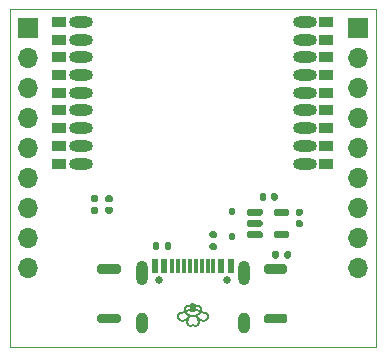
<source format=gts>
G04 #@! TF.GenerationSoftware,KiCad,Pcbnew,8.0.4-8.0.4-0~ubuntu24.04.1*
G04 #@! TF.CreationDate,2024-08-29T21:10:08+02:00*
G04 #@! TF.ProjectId,ESP32-C3-WROOM_flexypin,45535033-322d-4433-932d-57524f4f4d5f,rev?*
G04 #@! TF.SameCoordinates,Original*
G04 #@! TF.FileFunction,Soldermask,Top*
G04 #@! TF.FilePolarity,Negative*
%FSLAX46Y46*%
G04 Gerber Fmt 4.6, Leading zero omitted, Abs format (unit mm)*
G04 Created by KiCad (PCBNEW 8.0.4-8.0.4-0~ubuntu24.04.1) date 2024-08-29 21:10:08*
%MOMM*%
%LPD*%
G01*
G04 APERTURE LIST*
%ADD10C,0.000000*%
%ADD11R,1.700000X1.700000*%
%ADD12O,1.700000X1.700000*%
%ADD13O,2.000000X0.950000*%
%ADD14R,1.300000X0.900000*%
%ADD15C,0.650000*%
%ADD16R,0.600000X1.240000*%
%ADD17R,0.300000X1.240000*%
%ADD18O,1.000000X2.100000*%
%ADD19O,1.000000X1.800000*%
G04 #@! TA.AperFunction,Profile*
%ADD20C,0.100000*%
G04 #@! TD*
G04 APERTURE END LIST*
D10*
G36*
X148106217Y-105246953D02*
G01*
X148110875Y-105247198D01*
X148115532Y-105247635D01*
X148120187Y-105248280D01*
X148128756Y-105249306D01*
X148137329Y-105250519D01*
X148145890Y-105251934D01*
X148154424Y-105253562D01*
X148162914Y-105255417D01*
X148171347Y-105257512D01*
X148179706Y-105259859D01*
X148187975Y-105262472D01*
X148196139Y-105265364D01*
X148204184Y-105268547D01*
X148212092Y-105272035D01*
X148219849Y-105275841D01*
X148227439Y-105279977D01*
X148234847Y-105284456D01*
X148242057Y-105289292D01*
X148249053Y-105294497D01*
X148258727Y-105303023D01*
X148263506Y-105307382D01*
X148268181Y-105311849D01*
X148270465Y-105314134D01*
X148272704Y-105316458D01*
X148274893Y-105318826D01*
X148277025Y-105321242D01*
X148279095Y-105323709D01*
X148281096Y-105326232D01*
X148283023Y-105328816D01*
X148284868Y-105331463D01*
X148284923Y-105331814D01*
X148284959Y-105332148D01*
X148284977Y-105332468D01*
X148284976Y-105332774D01*
X148284968Y-105332922D01*
X148284955Y-105333067D01*
X148284938Y-105333210D01*
X148284915Y-105333350D01*
X148284887Y-105333487D01*
X148284854Y-105333622D01*
X148284816Y-105333754D01*
X148284773Y-105333885D01*
X148284724Y-105334013D01*
X148284670Y-105334140D01*
X148284610Y-105334265D01*
X148284545Y-105334388D01*
X148284475Y-105334511D01*
X148284398Y-105334632D01*
X148284316Y-105334751D01*
X148284229Y-105334870D01*
X148284135Y-105334988D01*
X148284036Y-105335106D01*
X148283819Y-105335339D01*
X148283579Y-105335572D01*
X148283313Y-105335805D01*
X148272127Y-105341754D01*
X148261068Y-105347956D01*
X148250137Y-105354400D01*
X148239340Y-105361074D01*
X148228679Y-105367967D01*
X148218157Y-105375068D01*
X148207778Y-105382366D01*
X148197545Y-105389849D01*
X148191517Y-105394316D01*
X148185564Y-105398872D01*
X148173868Y-105408241D01*
X148162442Y-105417929D01*
X148151270Y-105427911D01*
X148140336Y-105438161D01*
X148129626Y-105448654D01*
X148119122Y-105459362D01*
X148108810Y-105470262D01*
X148108473Y-105470545D01*
X148108140Y-105470855D01*
X148107811Y-105471191D01*
X148107484Y-105471549D01*
X148106837Y-105472318D01*
X148106195Y-105473138D01*
X148104901Y-105474830D01*
X148104240Y-105475653D01*
X148103563Y-105476429D01*
X148103216Y-105476790D01*
X148102864Y-105477131D01*
X148102505Y-105477447D01*
X148102139Y-105477736D01*
X148101764Y-105477994D01*
X148101382Y-105478218D01*
X148100990Y-105478406D01*
X148100588Y-105478553D01*
X148100175Y-105478658D01*
X148099752Y-105478717D01*
X148099317Y-105478727D01*
X148098869Y-105478684D01*
X148098409Y-105478586D01*
X148097935Y-105478430D01*
X148097446Y-105478212D01*
X148096942Y-105477930D01*
X148087690Y-105467651D01*
X148078223Y-105457576D01*
X148068544Y-105447709D01*
X148058657Y-105438057D01*
X148048567Y-105428622D01*
X148038277Y-105419410D01*
X148027792Y-105410425D01*
X148017115Y-105401672D01*
X148006250Y-105393156D01*
X147995202Y-105384881D01*
X147983974Y-105376851D01*
X147972570Y-105369072D01*
X147960995Y-105361548D01*
X147949251Y-105354283D01*
X147937345Y-105347283D01*
X147925278Y-105340551D01*
X147924956Y-105340290D01*
X147924610Y-105340039D01*
X147924243Y-105339798D01*
X147923857Y-105339566D01*
X147923037Y-105339121D01*
X147922171Y-105338694D01*
X147920375Y-105337856D01*
X147919486Y-105337424D01*
X147918628Y-105336972D01*
X147918217Y-105336734D01*
X147917822Y-105336488D01*
X147917444Y-105336231D01*
X147917086Y-105335962D01*
X147916750Y-105335681D01*
X147916440Y-105335386D01*
X147916157Y-105335076D01*
X147915905Y-105334749D01*
X147915684Y-105334404D01*
X147915499Y-105334041D01*
X147915350Y-105333657D01*
X147915242Y-105333252D01*
X147915175Y-105332824D01*
X147915153Y-105332372D01*
X147915179Y-105331895D01*
X147915253Y-105331391D01*
X147916097Y-105330133D01*
X147916977Y-105328895D01*
X147917889Y-105327676D01*
X147918831Y-105326472D01*
X147919800Y-105325284D01*
X147920791Y-105324110D01*
X147922829Y-105321796D01*
X147924919Y-105319518D01*
X147927034Y-105317265D01*
X147931235Y-105312785D01*
X147937073Y-105306992D01*
X147943161Y-105301508D01*
X147949484Y-105296326D01*
X147956026Y-105291442D01*
X147962772Y-105286850D01*
X147969706Y-105282546D01*
X147976813Y-105278524D01*
X147984078Y-105274780D01*
X147991486Y-105271308D01*
X147999022Y-105268102D01*
X148006669Y-105265159D01*
X148014413Y-105262473D01*
X148022238Y-105260038D01*
X148030130Y-105257850D01*
X148038073Y-105255904D01*
X148046051Y-105254194D01*
X148064423Y-105250839D01*
X148073671Y-105249319D01*
X148082949Y-105248071D01*
X148087596Y-105247587D01*
X148092248Y-105247218D01*
X148096903Y-105246979D01*
X148101559Y-105246885D01*
X148106217Y-105246953D01*
G37*
G36*
X148127695Y-105101900D02*
G01*
X148151861Y-105104683D01*
X148164028Y-105106488D01*
X148176235Y-105108598D01*
X148188467Y-105111037D01*
X148200713Y-105113825D01*
X148212959Y-105116986D01*
X148225193Y-105120542D01*
X148237402Y-105124515D01*
X148249572Y-105128927D01*
X148261690Y-105133801D01*
X148273745Y-105139160D01*
X148285722Y-105145024D01*
X148297609Y-105151417D01*
X148305986Y-105156313D01*
X148314255Y-105161509D01*
X148322411Y-105167003D01*
X148330451Y-105172792D01*
X148338367Y-105178873D01*
X148346157Y-105185244D01*
X148353813Y-105191903D01*
X148361332Y-105198846D01*
X148368708Y-105206070D01*
X148375937Y-105213575D01*
X148383012Y-105221356D01*
X148389930Y-105229412D01*
X148396684Y-105237739D01*
X148403271Y-105246336D01*
X148409684Y-105255199D01*
X148415919Y-105264326D01*
X148443640Y-105259692D01*
X148471284Y-105256774D01*
X148498772Y-105255550D01*
X148526023Y-105255998D01*
X148552957Y-105258094D01*
X148579494Y-105261817D01*
X148605552Y-105267144D01*
X148631052Y-105274053D01*
X148655913Y-105282521D01*
X148680056Y-105292526D01*
X148703398Y-105304046D01*
X148725861Y-105317057D01*
X148747364Y-105331538D01*
X148767826Y-105347466D01*
X148787167Y-105364819D01*
X148805306Y-105383574D01*
X148820972Y-105402356D01*
X148835185Y-105422276D01*
X148847910Y-105443270D01*
X148859112Y-105465272D01*
X148868757Y-105488218D01*
X148876808Y-105512044D01*
X148883232Y-105536685D01*
X148887993Y-105562077D01*
X148891057Y-105588155D01*
X148892387Y-105614855D01*
X148891951Y-105642112D01*
X148889711Y-105669862D01*
X148885634Y-105698040D01*
X148879684Y-105726581D01*
X148871827Y-105755422D01*
X148862027Y-105784498D01*
X148933159Y-105795906D01*
X149002012Y-105808684D01*
X149035477Y-105815712D01*
X149068243Y-105823232D01*
X149100266Y-105831294D01*
X149131504Y-105839949D01*
X149161913Y-105849245D01*
X149191450Y-105859233D01*
X149220072Y-105869962D01*
X149247736Y-105881483D01*
X149274398Y-105893846D01*
X149300015Y-105907099D01*
X149324545Y-105921294D01*
X149347943Y-105936479D01*
X149361412Y-105946173D01*
X149374457Y-105956443D01*
X149387033Y-105967277D01*
X149399093Y-105978662D01*
X149410589Y-105990585D01*
X149421475Y-106003034D01*
X149431704Y-106015996D01*
X149441230Y-106029457D01*
X149450006Y-106043406D01*
X149457985Y-106057828D01*
X149465121Y-106072712D01*
X149471366Y-106088044D01*
X149476675Y-106103811D01*
X149481000Y-106120002D01*
X149484294Y-106136603D01*
X149486512Y-106153600D01*
X149487668Y-106170837D01*
X149487818Y-106188169D01*
X149486976Y-106205602D01*
X149485153Y-106223143D01*
X149482364Y-106240798D01*
X149478620Y-106258573D01*
X149473936Y-106276476D01*
X149468324Y-106294513D01*
X149461797Y-106312690D01*
X149454368Y-106331014D01*
X149446050Y-106349491D01*
X149436856Y-106368128D01*
X149426799Y-106386931D01*
X149415892Y-106405907D01*
X149404148Y-106425063D01*
X149391580Y-106444405D01*
X149390920Y-106445380D01*
X149390246Y-106446346D01*
X149389559Y-106447302D01*
X149388858Y-106448249D01*
X149388145Y-106449185D01*
X149387418Y-106450112D01*
X149386678Y-106451029D01*
X149385926Y-106451935D01*
X149364979Y-106475875D01*
X149343761Y-106498323D01*
X149322291Y-106519289D01*
X149300591Y-106538783D01*
X149278682Y-106556818D01*
X149256584Y-106573404D01*
X149234317Y-106588551D01*
X149211903Y-106602271D01*
X149189362Y-106614575D01*
X149166714Y-106625473D01*
X149143981Y-106634976D01*
X149121183Y-106643096D01*
X149098341Y-106649843D01*
X149075475Y-106655228D01*
X149052606Y-106659262D01*
X149029755Y-106661956D01*
X149007041Y-106663354D01*
X148984578Y-106663528D01*
X148962376Y-106662534D01*
X148940444Y-106660428D01*
X148918794Y-106657264D01*
X148897434Y-106653098D01*
X148876375Y-106647986D01*
X148855627Y-106641982D01*
X148835201Y-106635142D01*
X148815106Y-106627521D01*
X148795352Y-106619174D01*
X148775950Y-106610158D01*
X148756909Y-106600526D01*
X148738240Y-106590335D01*
X148719953Y-106579640D01*
X148702058Y-106568495D01*
X148693828Y-106563137D01*
X148685668Y-106557672D01*
X148677575Y-106552108D01*
X148669547Y-106546453D01*
X148661581Y-106540715D01*
X148653676Y-106534902D01*
X148638035Y-106523083D01*
X148645333Y-106556526D01*
X148651222Y-106589138D01*
X148655716Y-106620913D01*
X148658832Y-106651842D01*
X148660585Y-106681916D01*
X148660989Y-106711127D01*
X148660061Y-106739468D01*
X148657816Y-106766929D01*
X148654268Y-106793503D01*
X148649434Y-106819181D01*
X148643329Y-106843955D01*
X148635968Y-106867817D01*
X148627366Y-106890759D01*
X148617539Y-106912772D01*
X148606503Y-106933847D01*
X148594271Y-106953978D01*
X148582897Y-106970299D01*
X148570682Y-106985724D01*
X148557677Y-107000237D01*
X148543930Y-107013825D01*
X148529492Y-107026474D01*
X148514412Y-107038169D01*
X148498738Y-107048897D01*
X148482521Y-107058644D01*
X148465810Y-107067395D01*
X148448653Y-107075136D01*
X148431102Y-107081854D01*
X148413204Y-107087534D01*
X148395010Y-107092162D01*
X148376569Y-107095724D01*
X148357930Y-107098207D01*
X148339142Y-107099595D01*
X148323932Y-107099927D01*
X148308693Y-107099581D01*
X148293438Y-107098565D01*
X148278179Y-107096889D01*
X148262928Y-107094561D01*
X148247697Y-107091591D01*
X148232498Y-107087988D01*
X148217343Y-107083760D01*
X148202243Y-107078917D01*
X148187212Y-107073468D01*
X148172261Y-107067421D01*
X148157402Y-107060787D01*
X148142647Y-107053573D01*
X148128007Y-107045790D01*
X148113496Y-107037445D01*
X148099125Y-107028548D01*
X148084765Y-107037443D01*
X148070265Y-107045787D01*
X148055637Y-107053570D01*
X148040894Y-107060783D01*
X148026048Y-107067417D01*
X148011110Y-107073464D01*
X147996093Y-107078914D01*
X147981008Y-107083757D01*
X147965867Y-107087986D01*
X147950683Y-107091590D01*
X147935468Y-107094561D01*
X147920233Y-107096889D01*
X147904990Y-107098566D01*
X147889752Y-107099582D01*
X147874530Y-107099928D01*
X147859337Y-107099595D01*
X147840570Y-107098205D01*
X147821953Y-107095717D01*
X147803534Y-107092148D01*
X147785364Y-107087511D01*
X147767491Y-107081820D01*
X147749965Y-107075090D01*
X147732837Y-107067336D01*
X147716155Y-107058571D01*
X147699968Y-107048810D01*
X147684328Y-107038067D01*
X147669282Y-107026357D01*
X147654881Y-107013695D01*
X147641175Y-107000093D01*
X147628212Y-106985567D01*
X147616042Y-106970132D01*
X147604715Y-106953800D01*
X147592548Y-106933672D01*
X147581574Y-106912602D01*
X147571808Y-106890598D01*
X147563266Y-106867669D01*
X147555962Y-106843821D01*
X147549911Y-106819065D01*
X147545129Y-106793407D01*
X147541632Y-106766856D01*
X147539433Y-106739419D01*
X147538548Y-106711106D01*
X147538554Y-106710772D01*
X147709765Y-106710772D01*
X147710156Y-106727360D01*
X147711121Y-106743227D01*
X147714662Y-106772788D01*
X147720167Y-106799446D01*
X147723587Y-106811684D01*
X147727417Y-106823192D01*
X147731628Y-106833970D01*
X147736193Y-106844017D01*
X147741085Y-106853331D01*
X147746276Y-106861911D01*
X147752005Y-106870268D01*
X147757957Y-106878038D01*
X147764138Y-106885230D01*
X147770549Y-106891856D01*
X147777195Y-106897925D01*
X147784080Y-106903448D01*
X147791206Y-106908436D01*
X147798579Y-106912900D01*
X147806201Y-106916849D01*
X147814075Y-106920295D01*
X147822207Y-106923247D01*
X147830599Y-106925717D01*
X147839254Y-106927715D01*
X147848178Y-106929251D01*
X147857372Y-106930336D01*
X147866842Y-106930980D01*
X147876598Y-106931142D01*
X147886637Y-106930763D01*
X147896936Y-106929830D01*
X147907476Y-106928328D01*
X147918235Y-106926242D01*
X147929192Y-106923559D01*
X147940326Y-106920264D01*
X147951617Y-106916342D01*
X147963042Y-106911781D01*
X147974582Y-106906564D01*
X147986215Y-106900679D01*
X147997920Y-106894111D01*
X148009676Y-106886845D01*
X148021462Y-106878867D01*
X148033258Y-106870163D01*
X148045042Y-106860719D01*
X148047924Y-106859383D01*
X148050851Y-106858159D01*
X148053820Y-106857045D01*
X148056827Y-106856045D01*
X148059870Y-106855158D01*
X148062946Y-106854385D01*
X148066050Y-106853729D01*
X148069180Y-106853189D01*
X148070934Y-106852280D01*
X148072707Y-106851413D01*
X148074498Y-106850588D01*
X148076307Y-106849806D01*
X148078132Y-106849067D01*
X148079974Y-106848371D01*
X148081831Y-106847718D01*
X148083702Y-106847109D01*
X148085587Y-106846543D01*
X148087485Y-106846022D01*
X148089395Y-106845545D01*
X148091316Y-106845112D01*
X148093248Y-106844725D01*
X148095190Y-106844382D01*
X148097141Y-106844084D01*
X148099100Y-106843832D01*
X148101061Y-106844084D01*
X148103013Y-106844381D01*
X148104957Y-106844723D01*
X148106890Y-106845111D01*
X148108813Y-106845543D01*
X148110725Y-106846020D01*
X148112625Y-106846541D01*
X148114511Y-106847107D01*
X148116384Y-106847716D01*
X148118242Y-106848369D01*
X148120085Y-106849065D01*
X148121912Y-106849804D01*
X148123723Y-106850587D01*
X148125515Y-106851412D01*
X148127290Y-106852279D01*
X148129045Y-106853189D01*
X148132175Y-106853729D01*
X148135280Y-106854385D01*
X148138355Y-106855158D01*
X148141398Y-106856045D01*
X148144406Y-106857045D01*
X148147375Y-106858159D01*
X148150302Y-106859383D01*
X148153184Y-106860719D01*
X148164962Y-106870159D01*
X148176756Y-106878860D01*
X148188544Y-106886835D01*
X148200304Y-106894100D01*
X148212016Y-106900669D01*
X148223659Y-106906554D01*
X148235211Y-106911772D01*
X148246653Y-106916335D01*
X148257962Y-106920257D01*
X148269118Y-106923554D01*
X148280100Y-106926239D01*
X148290887Y-106928326D01*
X148301457Y-106929830D01*
X148311791Y-106930764D01*
X148321866Y-106931142D01*
X148331662Y-106930980D01*
X148341174Y-106930334D01*
X148350413Y-106929245D01*
X148359382Y-106927703D01*
X148368084Y-106925698D01*
X148376524Y-106923219D01*
X148384703Y-106920257D01*
X148388696Y-106918591D01*
X148392626Y-106916800D01*
X148396492Y-106914883D01*
X148400295Y-106912839D01*
X148404036Y-106910667D01*
X148407715Y-106908364D01*
X148411332Y-106905930D01*
X148414888Y-106903363D01*
X148418384Y-106900663D01*
X148421818Y-106897827D01*
X148425193Y-106894855D01*
X148428509Y-106891746D01*
X148431765Y-106888497D01*
X148434963Y-106885109D01*
X148441183Y-106877905D01*
X148447174Y-106870125D01*
X148452938Y-106861758D01*
X148457095Y-106855034D01*
X148461077Y-106847858D01*
X148464870Y-106840230D01*
X148468461Y-106832149D01*
X148471835Y-106823617D01*
X148474978Y-106814634D01*
X148477877Y-106805200D01*
X148480516Y-106795314D01*
X148482884Y-106784979D01*
X148484964Y-106774193D01*
X148486744Y-106762957D01*
X148488209Y-106751272D01*
X148489346Y-106739137D01*
X148490139Y-106726554D01*
X148490576Y-106713521D01*
X148490642Y-106700040D01*
X148489965Y-106678522D01*
X148488285Y-106655923D01*
X148485559Y-106632249D01*
X148481744Y-106607505D01*
X148476797Y-106581696D01*
X148470675Y-106554828D01*
X148463335Y-106526907D01*
X148454735Y-106497936D01*
X148444830Y-106467922D01*
X148433579Y-106436871D01*
X148420939Y-106404786D01*
X148406866Y-106371674D01*
X148391317Y-106337540D01*
X148374250Y-106302389D01*
X148355622Y-106266227D01*
X148335390Y-106229058D01*
X148308204Y-106235389D01*
X148280547Y-106241289D01*
X148252341Y-106246637D01*
X148223508Y-106251313D01*
X148193969Y-106255193D01*
X148163647Y-106258158D01*
X148132463Y-106260086D01*
X148100341Y-106260854D01*
X148099960Y-106260803D01*
X148099771Y-106260829D01*
X148099582Y-106260855D01*
X148083401Y-106260623D01*
X148067465Y-106260086D01*
X148036288Y-106258158D01*
X148005973Y-106255192D01*
X147976442Y-106251311D01*
X147947616Y-106246635D01*
X147919416Y-106241287D01*
X147891766Y-106235387D01*
X147864585Y-106229058D01*
X147847750Y-106259855D01*
X147832036Y-106289951D01*
X147817416Y-106319347D01*
X147803864Y-106348042D01*
X147791351Y-106376033D01*
X147779850Y-106403320D01*
X147769334Y-106429902D01*
X147759776Y-106455778D01*
X147751147Y-106480946D01*
X147743421Y-106505405D01*
X147736570Y-106529155D01*
X147730567Y-106552193D01*
X147725384Y-106574520D01*
X147720993Y-106596133D01*
X147717369Y-106617032D01*
X147714482Y-106637216D01*
X147712305Y-106656682D01*
X147710812Y-106675431D01*
X147709974Y-106693462D01*
X147709765Y-106710772D01*
X147538554Y-106710772D01*
X147538993Y-106681923D01*
X147540782Y-106651880D01*
X147543931Y-106620984D01*
X147548455Y-106589243D01*
X147554368Y-106556666D01*
X147561687Y-106523261D01*
X147546110Y-106535030D01*
X147538239Y-106540821D01*
X147530310Y-106546537D01*
X147522319Y-106552171D01*
X147514263Y-106557714D01*
X147506138Y-106563158D01*
X147497942Y-106568495D01*
X147480047Y-106579639D01*
X147461760Y-106590335D01*
X147443091Y-106600526D01*
X147424051Y-106610157D01*
X147404649Y-106619174D01*
X147384895Y-106627521D01*
X147364800Y-106635141D01*
X147344373Y-106641982D01*
X147323626Y-106647986D01*
X147302567Y-106653098D01*
X147281207Y-106657264D01*
X147259556Y-106660428D01*
X147237624Y-106662534D01*
X147215422Y-106663528D01*
X147192959Y-106663354D01*
X147170245Y-106661956D01*
X147147394Y-106659262D01*
X147124526Y-106655228D01*
X147101660Y-106649843D01*
X147078817Y-106643096D01*
X147056019Y-106634976D01*
X147033286Y-106625473D01*
X147010639Y-106614574D01*
X146988098Y-106602271D01*
X146965684Y-106588551D01*
X146943417Y-106573403D01*
X146921319Y-106556818D01*
X146899409Y-106538783D01*
X146877709Y-106519288D01*
X146856240Y-106498323D01*
X146835021Y-106475875D01*
X146814074Y-106451935D01*
X146813322Y-106451029D01*
X146812582Y-106450112D01*
X146811856Y-106449185D01*
X146811142Y-106448249D01*
X146810442Y-106447302D01*
X146809755Y-106446346D01*
X146809081Y-106445380D01*
X146808420Y-106444404D01*
X146795852Y-106425063D01*
X146784108Y-106405907D01*
X146773201Y-106386931D01*
X146763144Y-106368127D01*
X146753951Y-106349490D01*
X146745633Y-106331013D01*
X146738204Y-106312689D01*
X146731676Y-106294512D01*
X146726064Y-106276476D01*
X146721380Y-106258573D01*
X146717637Y-106240797D01*
X146714847Y-106223142D01*
X146713025Y-106205602D01*
X146712182Y-106188169D01*
X146712280Y-106176835D01*
X146881031Y-106176835D01*
X146881037Y-106184345D01*
X146881521Y-106192385D01*
X146882514Y-106200959D01*
X146884051Y-106210068D01*
X146886164Y-106219716D01*
X146888886Y-106229904D01*
X146892249Y-106240636D01*
X146896288Y-106251914D01*
X146901033Y-106263740D01*
X146906519Y-106276116D01*
X146912778Y-106289047D01*
X146919843Y-106302533D01*
X146927747Y-106316578D01*
X146936523Y-106331184D01*
X146946203Y-106346354D01*
X146962820Y-106365195D01*
X146979181Y-106382491D01*
X146995291Y-106398300D01*
X147011158Y-106412676D01*
X147026789Y-106425677D01*
X147042192Y-106437357D01*
X147057373Y-106447772D01*
X147072338Y-106456979D01*
X147087097Y-106465034D01*
X147101654Y-106471993D01*
X147116018Y-106477910D01*
X147130195Y-106482843D01*
X147144193Y-106486848D01*
X147158018Y-106489979D01*
X147171678Y-106492294D01*
X147185180Y-106493848D01*
X147198787Y-106494677D01*
X147212440Y-106494763D01*
X147226137Y-106494120D01*
X147239874Y-106492765D01*
X147253648Y-106490712D01*
X147267457Y-106487976D01*
X147281298Y-106484573D01*
X147295168Y-106480519D01*
X147309063Y-106475828D01*
X147322982Y-106470516D01*
X147336920Y-106464598D01*
X147350876Y-106458089D01*
X147364846Y-106451005D01*
X147378828Y-106443360D01*
X147392818Y-106435171D01*
X147406814Y-106426453D01*
X147427619Y-106412561D01*
X147447948Y-106397937D01*
X147467805Y-106382658D01*
X147487196Y-106366803D01*
X147506127Y-106350448D01*
X147524603Y-106333673D01*
X147542631Y-106316555D01*
X147560215Y-106299171D01*
X147594075Y-106263921D01*
X147626230Y-106228546D01*
X147656723Y-106193669D01*
X147685600Y-106159914D01*
X147685554Y-106159888D01*
X148514375Y-106159888D01*
X148543254Y-106193645D01*
X148573749Y-106228525D01*
X148605906Y-106263903D01*
X148639769Y-106299157D01*
X148657355Y-106316542D01*
X148675384Y-106333663D01*
X148693863Y-106350440D01*
X148712796Y-106366796D01*
X148732189Y-106382654D01*
X148752048Y-106397934D01*
X148772379Y-106412560D01*
X148793186Y-106426453D01*
X148807182Y-106435171D01*
X148821172Y-106443360D01*
X148835154Y-106451005D01*
X148849124Y-106458089D01*
X148863080Y-106464598D01*
X148877019Y-106470516D01*
X148890937Y-106475828D01*
X148904833Y-106480519D01*
X148918702Y-106484574D01*
X148932543Y-106487976D01*
X148946352Y-106490712D01*
X148960127Y-106492765D01*
X148973863Y-106494120D01*
X148987560Y-106494763D01*
X149001213Y-106494677D01*
X149014820Y-106493848D01*
X149028322Y-106492294D01*
X149041982Y-106489979D01*
X149055807Y-106486848D01*
X149069805Y-106482844D01*
X149083982Y-106477910D01*
X149098346Y-106471993D01*
X149112903Y-106465034D01*
X149127662Y-106456980D01*
X149142627Y-106447772D01*
X149157808Y-106437357D01*
X149173211Y-106425677D01*
X149188842Y-106412677D01*
X149204709Y-106398300D01*
X149220819Y-106382491D01*
X149237180Y-106365195D01*
X149253797Y-106346354D01*
X149263477Y-106331184D01*
X149272253Y-106316578D01*
X149280157Y-106302533D01*
X149287222Y-106289047D01*
X149293481Y-106276117D01*
X149298967Y-106263740D01*
X149303713Y-106251914D01*
X149307751Y-106240636D01*
X149311115Y-106229905D01*
X149313836Y-106219716D01*
X149315949Y-106210069D01*
X149317486Y-106200959D01*
X149318480Y-106192386D01*
X149318963Y-106184345D01*
X149318969Y-106176835D01*
X149318531Y-106169853D01*
X149317709Y-106163125D01*
X149316555Y-106156615D01*
X149315044Y-106150300D01*
X149313152Y-106144158D01*
X149310858Y-106138165D01*
X149308136Y-106132298D01*
X149304964Y-106126535D01*
X149301319Y-106120853D01*
X149297177Y-106115228D01*
X149292514Y-106109637D01*
X149287308Y-106104058D01*
X149281534Y-106098467D01*
X149275170Y-106092842D01*
X149268192Y-106087160D01*
X149260577Y-106081397D01*
X149252301Y-106075530D01*
X149235212Y-106064712D01*
X149215952Y-106054234D01*
X149194622Y-106044094D01*
X149171321Y-106034291D01*
X149146147Y-106024825D01*
X149119199Y-106015695D01*
X149060381Y-105998437D01*
X148995658Y-105982510D01*
X148925824Y-105967906D01*
X148851671Y-105954619D01*
X148773992Y-105942641D01*
X148759507Y-105961001D01*
X148744703Y-105978614D01*
X148729598Y-105995504D01*
X148714211Y-106011692D01*
X148698561Y-106027204D01*
X148682666Y-106042063D01*
X148666546Y-106056291D01*
X148650218Y-106069914D01*
X148633702Y-106082953D01*
X148617015Y-106095434D01*
X148600178Y-106107378D01*
X148583208Y-106118811D01*
X148566124Y-106129754D01*
X148548945Y-106140233D01*
X148531689Y-106150270D01*
X148514375Y-106159888D01*
X147685554Y-106159888D01*
X147668284Y-106150295D01*
X147651025Y-106140258D01*
X147633841Y-106129780D01*
X147616753Y-106118837D01*
X147599777Y-106107406D01*
X147582934Y-106095462D01*
X147566242Y-106082982D01*
X147549720Y-106069943D01*
X147533386Y-106056321D01*
X147517260Y-106042093D01*
X147501359Y-106027234D01*
X147485704Y-106011722D01*
X147470312Y-105995533D01*
X147455203Y-105978643D01*
X147440395Y-105961028D01*
X147425907Y-105942666D01*
X147348245Y-105954644D01*
X147274108Y-105967929D01*
X147238609Y-105975064D01*
X147204289Y-105982529D01*
X147171246Y-105990325D01*
X147139580Y-105998453D01*
X147109390Y-106006913D01*
X147080775Y-106015707D01*
X147053833Y-106024835D01*
X147028664Y-106034299D01*
X147005367Y-106044100D01*
X146984042Y-106054238D01*
X146964786Y-106064714D01*
X146947699Y-106075530D01*
X146939423Y-106081396D01*
X146931808Y-106087159D01*
X146924830Y-106092842D01*
X146918466Y-106098467D01*
X146912693Y-106104058D01*
X146907486Y-106109637D01*
X146902824Y-106115227D01*
X146898681Y-106120852D01*
X146895036Y-106126535D01*
X146891864Y-106132298D01*
X146889143Y-106138164D01*
X146886848Y-106144157D01*
X146884957Y-106150300D01*
X146883446Y-106156614D01*
X146882291Y-106163124D01*
X146881470Y-106169853D01*
X146881031Y-106176835D01*
X146712280Y-106176835D01*
X146712332Y-106170837D01*
X146713488Y-106153600D01*
X146714460Y-106145053D01*
X146715706Y-106136603D01*
X146717221Y-106128252D01*
X146719000Y-106120002D01*
X146721037Y-106111855D01*
X146723325Y-106103812D01*
X146725860Y-106095874D01*
X146728634Y-106088044D01*
X146734879Y-106072712D01*
X146742015Y-106057828D01*
X146749994Y-106043406D01*
X146758770Y-106029457D01*
X146768296Y-106015996D01*
X146778526Y-106003034D01*
X146789412Y-105990586D01*
X146800908Y-105978662D01*
X146812967Y-105967277D01*
X146825543Y-105956443D01*
X146838589Y-105946173D01*
X146852057Y-105936479D01*
X146875453Y-105921295D01*
X146899981Y-105907102D01*
X146925596Y-105893851D01*
X146952255Y-105881490D01*
X146975227Y-105871924D01*
X147587270Y-105871924D01*
X147601394Y-105887429D01*
X147615825Y-105902183D01*
X147630562Y-105916228D01*
X147645606Y-105929604D01*
X147660957Y-105942351D01*
X147676613Y-105954509D01*
X147692575Y-105966118D01*
X147708843Y-105977219D01*
X147725416Y-105987852D01*
X147742294Y-105998057D01*
X147759477Y-106007874D01*
X147776965Y-106017344D01*
X147812853Y-106035404D01*
X147849955Y-106052558D01*
X147879823Y-106060730D01*
X147909789Y-106068207D01*
X147940001Y-106074874D01*
X147970608Y-106080618D01*
X148001759Y-106085323D01*
X148033602Y-106088875D01*
X148049830Y-106090183D01*
X148066287Y-106091159D01*
X148082991Y-106091791D01*
X148099962Y-106092062D01*
X148116931Y-106091791D01*
X148133635Y-106091159D01*
X148150091Y-106090183D01*
X148166319Y-106088875D01*
X148182337Y-106087250D01*
X148198163Y-106085323D01*
X148229316Y-106080618D01*
X148259924Y-106074874D01*
X148290137Y-106068207D01*
X148320102Y-106060730D01*
X148349969Y-106052558D01*
X148387073Y-106035404D01*
X148405169Y-106026508D01*
X148422961Y-106017345D01*
X148440449Y-106007874D01*
X148457632Y-105998057D01*
X148474510Y-105987852D01*
X148491083Y-105977219D01*
X148507351Y-105966118D01*
X148523313Y-105954509D01*
X148538969Y-105942351D01*
X148554319Y-105929604D01*
X148569363Y-105916228D01*
X148584100Y-105902183D01*
X148598530Y-105887429D01*
X148612654Y-105871924D01*
X148583368Y-105852727D01*
X148554045Y-105834103D01*
X148524673Y-105816144D01*
X148495244Y-105798942D01*
X148465747Y-105782588D01*
X148436171Y-105767176D01*
X148406507Y-105752797D01*
X148376744Y-105739542D01*
X148364853Y-105750962D01*
X148352360Y-105762076D01*
X148339244Y-105772829D01*
X148325481Y-105783165D01*
X148311046Y-105793031D01*
X148295918Y-105802371D01*
X148280071Y-105811129D01*
X148263483Y-105819251D01*
X148246131Y-105826683D01*
X148227990Y-105833368D01*
X148209038Y-105839252D01*
X148189251Y-105844280D01*
X148168605Y-105848398D01*
X148147077Y-105851549D01*
X148124643Y-105853679D01*
X148101280Y-105854733D01*
X148100392Y-105854611D01*
X148099948Y-105854546D01*
X148099505Y-105854479D01*
X148099068Y-105854546D01*
X148098631Y-105854611D01*
X148098194Y-105854673D01*
X148097756Y-105854733D01*
X148074255Y-105853677D01*
X148051720Y-105851538D01*
X148030125Y-105848373D01*
X148009443Y-105844238D01*
X147989650Y-105839190D01*
X147970717Y-105833285D01*
X147952621Y-105826581D01*
X147935334Y-105819133D01*
X147918830Y-105810998D01*
X147903084Y-105802234D01*
X147888069Y-105792897D01*
X147873759Y-105783043D01*
X147860129Y-105772728D01*
X147847152Y-105762011D01*
X147834802Y-105750947D01*
X147823053Y-105739593D01*
X147793304Y-105752845D01*
X147763655Y-105767221D01*
X147734095Y-105782628D01*
X147704613Y-105798975D01*
X147675200Y-105816170D01*
X147645845Y-105834121D01*
X147616539Y-105852736D01*
X147587270Y-105871924D01*
X146975227Y-105871924D01*
X146979916Y-105869971D01*
X147008535Y-105859244D01*
X147038069Y-105849258D01*
X147068475Y-105839964D01*
X147099709Y-105831312D01*
X147131729Y-105823251D01*
X147197952Y-105808706D01*
X147266799Y-105795930D01*
X147337923Y-105784523D01*
X147328120Y-105755446D01*
X147320261Y-105726603D01*
X147314310Y-105698060D01*
X147310232Y-105669880D01*
X147307992Y-105642129D01*
X147307670Y-105622029D01*
X147471019Y-105622029D01*
X147471608Y-105637982D01*
X147473447Y-105654609D01*
X147476597Y-105671923D01*
X147481121Y-105689939D01*
X147487083Y-105708671D01*
X147494545Y-105728132D01*
X147532960Y-105703115D01*
X147568822Y-105680843D01*
X148044661Y-105680843D01*
X148056809Y-105682539D01*
X148063110Y-105683316D01*
X148069649Y-105684024D01*
X148076491Y-105684646D01*
X148083700Y-105685167D01*
X148091342Y-105685570D01*
X148099480Y-105685839D01*
X148107465Y-105685570D01*
X148114977Y-105685165D01*
X148122077Y-105684639D01*
X148128830Y-105684009D01*
X148135297Y-105683294D01*
X148141542Y-105682508D01*
X148153615Y-105680793D01*
X148139761Y-105678790D01*
X148125914Y-105676701D01*
X148119075Y-105675718D01*
X148112334Y-105674826D01*
X148105724Y-105674062D01*
X148099278Y-105673465D01*
X148092772Y-105674067D01*
X148086115Y-105674835D01*
X148079338Y-105675731D01*
X148072468Y-105676719D01*
X148058572Y-105678820D01*
X148044661Y-105680843D01*
X147568822Y-105680843D01*
X147571838Y-105678970D01*
X147611222Y-105655823D01*
X147651154Y-105633797D01*
X147691678Y-105613016D01*
X147732835Y-105593605D01*
X147774668Y-105575688D01*
X147795852Y-105567329D01*
X147817221Y-105559390D01*
X147831404Y-105554507D01*
X147845876Y-105549933D01*
X147860596Y-105545641D01*
X147875522Y-105541602D01*
X147890614Y-105537790D01*
X147905829Y-105534178D01*
X147936469Y-105527442D01*
X147927726Y-105520164D01*
X147918893Y-105513108D01*
X147909990Y-105506281D01*
X147901036Y-105499693D01*
X147892050Y-105493351D01*
X147883052Y-105487263D01*
X147874061Y-105481438D01*
X147865095Y-105475885D01*
X147856176Y-105470611D01*
X147847321Y-105465626D01*
X147838550Y-105460936D01*
X147829882Y-105456551D01*
X147821337Y-105452478D01*
X147812935Y-105448727D01*
X147804693Y-105445305D01*
X147796632Y-105442221D01*
X147786296Y-105438646D01*
X147775978Y-105435481D01*
X147765687Y-105432719D01*
X147755431Y-105430353D01*
X147745221Y-105428377D01*
X147735065Y-105426783D01*
X147724972Y-105425565D01*
X147714952Y-105424714D01*
X147705013Y-105424225D01*
X147695166Y-105424090D01*
X147685418Y-105424302D01*
X147675780Y-105424854D01*
X147666260Y-105425740D01*
X147656868Y-105426951D01*
X147647612Y-105428482D01*
X147638503Y-105430324D01*
X147620757Y-105434917D01*
X147603705Y-105440674D01*
X147587420Y-105447538D01*
X147571974Y-105455454D01*
X147557441Y-105464365D01*
X147550540Y-105469177D01*
X147543894Y-105474215D01*
X147537514Y-105479475D01*
X147531407Y-105484948D01*
X147525584Y-105490628D01*
X147520053Y-105496508D01*
X147511596Y-105506486D01*
X147503761Y-105516999D01*
X147496612Y-105528060D01*
X147490211Y-105539685D01*
X147484620Y-105551886D01*
X147479903Y-105564678D01*
X147476122Y-105578074D01*
X147473339Y-105592089D01*
X147471617Y-105606736D01*
X147471019Y-105622029D01*
X147307670Y-105622029D01*
X147307555Y-105614870D01*
X147308886Y-105588168D01*
X147311949Y-105562089D01*
X147316711Y-105536695D01*
X147323136Y-105512052D01*
X147331188Y-105488225D01*
X147340834Y-105465277D01*
X147352037Y-105443273D01*
X147364763Y-105422279D01*
X147378977Y-105402357D01*
X147394643Y-105383574D01*
X147412790Y-105364811D01*
X147432138Y-105347452D01*
X147452608Y-105331519D01*
X147474119Y-105317033D01*
X147496590Y-105304019D01*
X147519942Y-105292497D01*
X147544094Y-105282492D01*
X147568965Y-105274024D01*
X147570245Y-105273677D01*
X147999608Y-105360547D01*
X148007121Y-105365856D01*
X148016748Y-105372935D01*
X148026309Y-105380251D01*
X148035796Y-105387809D01*
X148045200Y-105395609D01*
X148054511Y-105403653D01*
X148063720Y-105411945D01*
X148072818Y-105420485D01*
X148081796Y-105429277D01*
X148090644Y-105438322D01*
X148099353Y-105447622D01*
X148108146Y-105438279D01*
X148117080Y-105429195D01*
X148126145Y-105420368D01*
X148135332Y-105411795D01*
X148144631Y-105403475D01*
X148154033Y-105395405D01*
X148157556Y-105392503D01*
X148403292Y-105442221D01*
X148395216Y-105445310D01*
X148386953Y-105448736D01*
X148378522Y-105452491D01*
X148369943Y-105456566D01*
X148361237Y-105460954D01*
X148352423Y-105465646D01*
X148343521Y-105470632D01*
X148334550Y-105475905D01*
X148325532Y-105481457D01*
X148316485Y-105487277D01*
X148307429Y-105493360D01*
X148298385Y-105499694D01*
X148289372Y-105506274D01*
X148280411Y-105513088D01*
X148271520Y-105520130D01*
X148262720Y-105527391D01*
X148293581Y-105534125D01*
X148308907Y-105537739D01*
X148324104Y-105541555D01*
X148339128Y-105545600D01*
X148353937Y-105549903D01*
X148368485Y-105554490D01*
X148382729Y-105559390D01*
X148404097Y-105567330D01*
X148425280Y-105575690D01*
X148446284Y-105584455D01*
X148467112Y-105593610D01*
X148508267Y-105613024D01*
X148548789Y-105633808D01*
X148588720Y-105655838D01*
X148628105Y-105678989D01*
X148666985Y-105703137D01*
X148705405Y-105728157D01*
X148708470Y-105720575D01*
X148711328Y-105713092D01*
X148713978Y-105705709D01*
X148716422Y-105698426D01*
X148718660Y-105691246D01*
X148720691Y-105684167D01*
X148722516Y-105677193D01*
X148724136Y-105670322D01*
X148725550Y-105663556D01*
X148726759Y-105656896D01*
X148727764Y-105650342D01*
X148728563Y-105643896D01*
X148729158Y-105637559D01*
X148729550Y-105631330D01*
X148729737Y-105625212D01*
X148729721Y-105619204D01*
X148729722Y-105619204D01*
X148729312Y-105609813D01*
X148728470Y-105600668D01*
X148727210Y-105591767D01*
X148725549Y-105583105D01*
X148723502Y-105574679D01*
X148721084Y-105566485D01*
X148718310Y-105558519D01*
X148715197Y-105550778D01*
X148711759Y-105543259D01*
X148708011Y-105535957D01*
X148703970Y-105528869D01*
X148699651Y-105521991D01*
X148695068Y-105515319D01*
X148690238Y-105508851D01*
X148685177Y-105502581D01*
X148679898Y-105496508D01*
X148668543Y-105484948D01*
X148656056Y-105474215D01*
X148642509Y-105464365D01*
X148627976Y-105455454D01*
X148612530Y-105447538D01*
X148596244Y-105440674D01*
X148579191Y-105434917D01*
X148561445Y-105430324D01*
X148543079Y-105426951D01*
X148524166Y-105424854D01*
X148504779Y-105424090D01*
X148484992Y-105424714D01*
X148464878Y-105426783D01*
X148444510Y-105430353D01*
X148423961Y-105435481D01*
X148403305Y-105442221D01*
X148157558Y-105392501D01*
X148157556Y-105392503D01*
X147999608Y-105360547D01*
X147999604Y-105360544D01*
X147840099Y-105328273D01*
X147948513Y-105328273D01*
X147958336Y-105333966D01*
X147968149Y-105339884D01*
X147977944Y-105346030D01*
X147987710Y-105352406D01*
X147997439Y-105359014D01*
X147999604Y-105360544D01*
X148157558Y-105392501D01*
X148163528Y-105387583D01*
X148173106Y-105380006D01*
X148182758Y-105372673D01*
X148192473Y-105365581D01*
X148202243Y-105358728D01*
X148212057Y-105352111D01*
X148231779Y-105339580D01*
X148251564Y-105327969D01*
X148247197Y-105323656D01*
X148242793Y-105319486D01*
X148238337Y-105315477D01*
X148233816Y-105311647D01*
X148231528Y-105309805D01*
X148229218Y-105308014D01*
X148226885Y-105306277D01*
X148224528Y-105304597D01*
X148222145Y-105302974D01*
X148219735Y-105301413D01*
X148217295Y-105299914D01*
X148214823Y-105298480D01*
X148208996Y-105295354D01*
X148202973Y-105292425D01*
X148196758Y-105289687D01*
X148190354Y-105287136D01*
X148183761Y-105284766D01*
X148176984Y-105282575D01*
X148170025Y-105280556D01*
X148162886Y-105278705D01*
X148155569Y-105277016D01*
X148148078Y-105275487D01*
X148140415Y-105274111D01*
X148132583Y-105272884D01*
X148116419Y-105270858D01*
X148099607Y-105269372D01*
X148082874Y-105271198D01*
X148074741Y-105272282D01*
X148066768Y-105273488D01*
X148058958Y-105274822D01*
X148051315Y-105276288D01*
X148043842Y-105277893D01*
X148036541Y-105279641D01*
X148029417Y-105281539D01*
X148022471Y-105283592D01*
X148015709Y-105285805D01*
X148009132Y-105288184D01*
X148002744Y-105290734D01*
X147996548Y-105293462D01*
X147990548Y-105296371D01*
X147984746Y-105299469D01*
X147982303Y-105300878D01*
X147979892Y-105302351D01*
X147977512Y-105303883D01*
X147975159Y-105305474D01*
X147972833Y-105307120D01*
X147970533Y-105308820D01*
X147968255Y-105310572D01*
X147965999Y-105312372D01*
X147961544Y-105316112D01*
X147957153Y-105320020D01*
X147952814Y-105324080D01*
X147948513Y-105328273D01*
X147840099Y-105328273D01*
X147570248Y-105273676D01*
X147570245Y-105273677D01*
X146712182Y-105100072D01*
X147570248Y-105273676D01*
X147594475Y-105267117D01*
X147620543Y-105261793D01*
X147647090Y-105258074D01*
X147674035Y-105255983D01*
X147701297Y-105255543D01*
X147728796Y-105256776D01*
X147756451Y-105259705D01*
X147784183Y-105264351D01*
X147790434Y-105255249D01*
X147796863Y-105246415D01*
X147803462Y-105237852D01*
X147810227Y-105229562D01*
X147817152Y-105221548D01*
X147824231Y-105213811D01*
X147831459Y-105206355D01*
X147838830Y-105199181D01*
X147846338Y-105192291D01*
X147853977Y-105185689D01*
X147861743Y-105179376D01*
X147869629Y-105173354D01*
X147877630Y-105167626D01*
X147885740Y-105162194D01*
X147893953Y-105157061D01*
X147902264Y-105152229D01*
X147914044Y-105145920D01*
X147925894Y-105140132D01*
X147937802Y-105134838D01*
X147949754Y-105130016D01*
X147961737Y-105125642D01*
X147973738Y-105121691D01*
X147985744Y-105118140D01*
X147997741Y-105114965D01*
X148009717Y-105112142D01*
X148021659Y-105109647D01*
X148033553Y-105107456D01*
X148045386Y-105105545D01*
X148068818Y-105102467D01*
X148091848Y-105100224D01*
X148093364Y-105100663D01*
X148094871Y-105101131D01*
X148096369Y-105101627D01*
X148097858Y-105102151D01*
X148099339Y-105101589D01*
X148100830Y-105101055D01*
X148102331Y-105100549D01*
X148103841Y-105100072D01*
X148127695Y-105101900D01*
G37*
G36*
X148115724Y-105652087D02*
G01*
X148129986Y-105653453D01*
X148144219Y-105655111D01*
X148158426Y-105657012D01*
X148186770Y-105661344D01*
X148215041Y-105666056D01*
X148216068Y-105666355D01*
X148217130Y-105666600D01*
X148218217Y-105666802D01*
X148219324Y-105666973D01*
X148223813Y-105667590D01*
X148224917Y-105667787D01*
X148226000Y-105668025D01*
X148227056Y-105668316D01*
X148228077Y-105668672D01*
X148228572Y-105668878D01*
X148229057Y-105669104D01*
X148229529Y-105669353D01*
X148229989Y-105669625D01*
X148230435Y-105669923D01*
X148230866Y-105670247D01*
X148231282Y-105670599D01*
X148231682Y-105670981D01*
X148231683Y-105670981D01*
X148231753Y-105671265D01*
X148231814Y-105671548D01*
X148231866Y-105671831D01*
X148231905Y-105672113D01*
X148231931Y-105672392D01*
X148231942Y-105672669D01*
X148231936Y-105672943D01*
X148231913Y-105673213D01*
X148231870Y-105673478D01*
X148231841Y-105673609D01*
X148231806Y-105673739D01*
X148231766Y-105673867D01*
X148231720Y-105673994D01*
X148231668Y-105674119D01*
X148231610Y-105674242D01*
X148231545Y-105674364D01*
X148231474Y-105674484D01*
X148231396Y-105674603D01*
X148231311Y-105674719D01*
X148231219Y-105674833D01*
X148231120Y-105674946D01*
X148231013Y-105675056D01*
X148230898Y-105675164D01*
X148228172Y-105676916D01*
X148225407Y-105678605D01*
X148222604Y-105680233D01*
X148219765Y-105681800D01*
X148213992Y-105684760D01*
X148208103Y-105687499D01*
X148202117Y-105690030D01*
X148196052Y-105692364D01*
X148189925Y-105694517D01*
X148183754Y-105696499D01*
X148175014Y-105698850D01*
X148166210Y-105700933D01*
X148157348Y-105702750D01*
X148148436Y-105704301D01*
X148139482Y-105705588D01*
X148130493Y-105706611D01*
X148121477Y-105707372D01*
X148112443Y-105707872D01*
X148103396Y-105708111D01*
X148094346Y-105708092D01*
X148085300Y-105707814D01*
X148076265Y-105707279D01*
X148067250Y-105706488D01*
X148058262Y-105705443D01*
X148049308Y-105704143D01*
X148040397Y-105702591D01*
X148035930Y-105701789D01*
X148031485Y-105700886D01*
X148027063Y-105699885D01*
X148022667Y-105698786D01*
X148018298Y-105697590D01*
X148013958Y-105696297D01*
X148009648Y-105694909D01*
X148005369Y-105693426D01*
X148001125Y-105691850D01*
X147996915Y-105690180D01*
X147992743Y-105688419D01*
X147988609Y-105686566D01*
X147984515Y-105684623D01*
X147980463Y-105682591D01*
X147976455Y-105680470D01*
X147972492Y-105678261D01*
X147972138Y-105678140D01*
X147971789Y-105677995D01*
X147971444Y-105677827D01*
X147971107Y-105677636D01*
X147970778Y-105677425D01*
X147970458Y-105677196D01*
X147970150Y-105676948D01*
X147969854Y-105676685D01*
X147969572Y-105676407D01*
X147969305Y-105676115D01*
X147969056Y-105675812D01*
X147968824Y-105675498D01*
X147968612Y-105675176D01*
X147968421Y-105674846D01*
X147968252Y-105674510D01*
X147968108Y-105674169D01*
X147967988Y-105673825D01*
X147967895Y-105673480D01*
X147967831Y-105673134D01*
X147967796Y-105672789D01*
X147967792Y-105672447D01*
X147967820Y-105672108D01*
X147967882Y-105671776D01*
X147967979Y-105671450D01*
X147968113Y-105671132D01*
X147968285Y-105670824D01*
X147968497Y-105670528D01*
X147968749Y-105670244D01*
X147969044Y-105669974D01*
X147969382Y-105669719D01*
X147969766Y-105669482D01*
X147970196Y-105669263D01*
X147977297Y-105667589D01*
X147984439Y-105666079D01*
X147991613Y-105664702D01*
X147998810Y-105663429D01*
X148027672Y-105658770D01*
X148046048Y-105656253D01*
X148064458Y-105653873D01*
X148073680Y-105652854D01*
X148082915Y-105652014D01*
X148092165Y-105651400D01*
X148101431Y-105651062D01*
X148115724Y-105652087D01*
G37*
G36*
G01*
X139565000Y-95970000D02*
X139935000Y-95970000D01*
G75*
G02*
X140070000Y-96105000I0J-135000D01*
G01*
X140070000Y-96375000D01*
G75*
G02*
X139935000Y-96510000I-135000J0D01*
G01*
X139565000Y-96510000D01*
G75*
G02*
X139430000Y-96375000I0J135000D01*
G01*
X139430000Y-96105000D01*
G75*
G02*
X139565000Y-95970000I135000J0D01*
G01*
G37*
G36*
G01*
X139565000Y-96990000D02*
X139935000Y-96990000D01*
G75*
G02*
X140070000Y-97125000I0J-135000D01*
G01*
X140070000Y-97395000D01*
G75*
G02*
X139935000Y-97530000I-135000J0D01*
G01*
X139565000Y-97530000D01*
G75*
G02*
X139430000Y-97395000I0J135000D01*
G01*
X139430000Y-97125000D01*
G75*
G02*
X139565000Y-96990000I135000J0D01*
G01*
G37*
G36*
G01*
X141172500Y-97530000D02*
X140827500Y-97530000D01*
G75*
G02*
X140680000Y-97382500I0J147500D01*
G01*
X140680000Y-97087500D01*
G75*
G02*
X140827500Y-96940000I147500J0D01*
G01*
X141172500Y-96940000D01*
G75*
G02*
X141320000Y-97087500I0J-147500D01*
G01*
X141320000Y-97382500D01*
G75*
G02*
X141172500Y-97530000I-147500J0D01*
G01*
G37*
G36*
G01*
X141172500Y-96560000D02*
X140827500Y-96560000D01*
G75*
G02*
X140680000Y-96412500I0J147500D01*
G01*
X140680000Y-96117500D01*
G75*
G02*
X140827500Y-95970000I147500J0D01*
G01*
X141172500Y-95970000D01*
G75*
G02*
X141320000Y-96117500I0J-147500D01*
G01*
X141320000Y-96412500D01*
G75*
G02*
X141172500Y-96560000I-147500J0D01*
G01*
G37*
D11*
X162052000Y-81788000D03*
D12*
X162052000Y-84328000D03*
X162052000Y-86868000D03*
X162052000Y-89408000D03*
X162052000Y-91948000D03*
X162052000Y-94488000D03*
X162052000Y-97028000D03*
X162052000Y-99568000D03*
X162052000Y-102108000D03*
G36*
G01*
X140200000Y-101800000D02*
X141800000Y-101800000D01*
G75*
G02*
X142000000Y-102000000I0J-200000D01*
G01*
X142000000Y-102400000D01*
G75*
G02*
X141800000Y-102600000I-200000J0D01*
G01*
X140200000Y-102600000D01*
G75*
G02*
X140000000Y-102400000I0J200000D01*
G01*
X140000000Y-102000000D01*
G75*
G02*
X140200000Y-101800000I200000J0D01*
G01*
G37*
G36*
G01*
X140200000Y-106000000D02*
X141800000Y-106000000D01*
G75*
G02*
X142000000Y-106200000I0J-200000D01*
G01*
X142000000Y-106600000D01*
G75*
G02*
X141800000Y-106800000I-200000J0D01*
G01*
X140200000Y-106800000D01*
G75*
G02*
X140000000Y-106600000I0J200000D01*
G01*
X140000000Y-106200000D01*
G75*
G02*
X140200000Y-106000000I200000J0D01*
G01*
G37*
G36*
G01*
X156380000Y-100815000D02*
X156380000Y-101185000D01*
G75*
G02*
X156245000Y-101320000I-135000J0D01*
G01*
X155975000Y-101320000D01*
G75*
G02*
X155840000Y-101185000I0J135000D01*
G01*
X155840000Y-100815000D01*
G75*
G02*
X155975000Y-100680000I135000J0D01*
G01*
X156245000Y-100680000D01*
G75*
G02*
X156380000Y-100815000I0J-135000D01*
G01*
G37*
G36*
G01*
X155360000Y-100815000D02*
X155360000Y-101185000D01*
G75*
G02*
X155225000Y-101320000I-135000J0D01*
G01*
X154955000Y-101320000D01*
G75*
G02*
X154820000Y-101185000I0J135000D01*
G01*
X154820000Y-100815000D01*
G75*
G02*
X154955000Y-100680000I135000J0D01*
G01*
X155225000Y-100680000D01*
G75*
G02*
X155360000Y-100815000I0J-135000D01*
G01*
G37*
G36*
G01*
X152662500Y-97550000D02*
X152662500Y-97250000D01*
G75*
G02*
X152812500Y-97100000I150000J0D01*
G01*
X153837500Y-97100000D01*
G75*
G02*
X153987500Y-97250000I0J-150000D01*
G01*
X153987500Y-97550000D01*
G75*
G02*
X153837500Y-97700000I-150000J0D01*
G01*
X152812500Y-97700000D01*
G75*
G02*
X152662500Y-97550000I0J150000D01*
G01*
G37*
G36*
G01*
X152662500Y-98500000D02*
X152662500Y-98200000D01*
G75*
G02*
X152812500Y-98050000I150000J0D01*
G01*
X153837500Y-98050000D01*
G75*
G02*
X153987500Y-98200000I0J-150000D01*
G01*
X153987500Y-98500000D01*
G75*
G02*
X153837500Y-98650000I-150000J0D01*
G01*
X152812500Y-98650000D01*
G75*
G02*
X152662500Y-98500000I0J150000D01*
G01*
G37*
G36*
G01*
X152662500Y-99450000D02*
X152662500Y-99150000D01*
G75*
G02*
X152812500Y-99000000I150000J0D01*
G01*
X153837500Y-99000000D01*
G75*
G02*
X153987500Y-99150000I0J-150000D01*
G01*
X153987500Y-99450000D01*
G75*
G02*
X153837500Y-99600000I-150000J0D01*
G01*
X152812500Y-99600000D01*
G75*
G02*
X152662500Y-99450000I0J150000D01*
G01*
G37*
G36*
G01*
X154937500Y-99450000D02*
X154937500Y-99150000D01*
G75*
G02*
X155087500Y-99000000I150000J0D01*
G01*
X156112500Y-99000000D01*
G75*
G02*
X156262500Y-99150000I0J-150000D01*
G01*
X156262500Y-99450000D01*
G75*
G02*
X156112500Y-99600000I-150000J0D01*
G01*
X155087500Y-99600000D01*
G75*
G02*
X154937500Y-99450000I0J150000D01*
G01*
G37*
G36*
G01*
X154937500Y-97550000D02*
X154937500Y-97250000D01*
G75*
G02*
X155087500Y-97100000I150000J0D01*
G01*
X156112500Y-97100000D01*
G75*
G02*
X156262500Y-97250000I0J-150000D01*
G01*
X156262500Y-97550000D01*
G75*
G02*
X156112500Y-97700000I-150000J0D01*
G01*
X155087500Y-97700000D01*
G75*
G02*
X154937500Y-97550000I0J150000D01*
G01*
G37*
D11*
X134112000Y-81788000D03*
D12*
X134112000Y-84328000D03*
X134112000Y-86868000D03*
X134112000Y-89408000D03*
X134112000Y-91948000D03*
X134112000Y-94488000D03*
X134112000Y-97028000D03*
X134112000Y-99568000D03*
X134112000Y-102108000D03*
G36*
G01*
X146280000Y-100065000D02*
X146280000Y-100435000D01*
G75*
G02*
X146145000Y-100570000I-135000J0D01*
G01*
X145875000Y-100570000D01*
G75*
G02*
X145740000Y-100435000I0J135000D01*
G01*
X145740000Y-100065000D01*
G75*
G02*
X145875000Y-99930000I135000J0D01*
G01*
X146145000Y-99930000D01*
G75*
G02*
X146280000Y-100065000I0J-135000D01*
G01*
G37*
G36*
G01*
X145260000Y-100065000D02*
X145260000Y-100435000D01*
G75*
G02*
X145125000Y-100570000I-135000J0D01*
G01*
X144855000Y-100570000D01*
G75*
G02*
X144720000Y-100435000I0J135000D01*
G01*
X144720000Y-100065000D01*
G75*
G02*
X144855000Y-99930000I135000J0D01*
G01*
X145125000Y-99930000D01*
G75*
G02*
X145260000Y-100065000I0J-135000D01*
G01*
G37*
D13*
X138600000Y-81275000D03*
X138600000Y-84275000D03*
X138600000Y-85775000D03*
X138600000Y-87275000D03*
X138600000Y-88775000D03*
X138600000Y-90275000D03*
X138600000Y-91775000D03*
X138600000Y-93275000D03*
D14*
X136750000Y-81275000D03*
X136750000Y-82775000D03*
D13*
X138600000Y-82775000D03*
D14*
X136750000Y-84275000D03*
X136750000Y-85775000D03*
X136750000Y-87275000D03*
X136750000Y-88775000D03*
X136750000Y-90275000D03*
X136750000Y-91775000D03*
X136750000Y-93275000D03*
D15*
X145192000Y-103095000D03*
X150972000Y-103095000D03*
D16*
X144882000Y-101975000D03*
X145682000Y-101975000D03*
D17*
X146832000Y-101975000D03*
X147832000Y-101975000D03*
X148332000Y-101975000D03*
X149332000Y-101975000D03*
D16*
X150482000Y-101975000D03*
X151282000Y-101975000D03*
X151282000Y-101975000D03*
X150482000Y-101975000D03*
D17*
X149832000Y-101975000D03*
X148832000Y-101975000D03*
X147332000Y-101975000D03*
X146332000Y-101975000D03*
D16*
X145682000Y-101975000D03*
X144882000Y-101975000D03*
D18*
X143762000Y-102575000D03*
D19*
X143762000Y-106775000D03*
D18*
X152402000Y-102575000D03*
D19*
X152402000Y-106775000D03*
G36*
G01*
X155260000Y-95930000D02*
X155260000Y-96270000D01*
G75*
G02*
X155120000Y-96410000I-140000J0D01*
G01*
X154840000Y-96410000D01*
G75*
G02*
X154700000Y-96270000I0J140000D01*
G01*
X154700000Y-95930000D01*
G75*
G02*
X154840000Y-95790000I140000J0D01*
G01*
X155120000Y-95790000D01*
G75*
G02*
X155260000Y-95930000I0J-140000D01*
G01*
G37*
G36*
G01*
X154300000Y-95930000D02*
X154300000Y-96270000D01*
G75*
G02*
X154160000Y-96410000I-140000J0D01*
G01*
X153880000Y-96410000D01*
G75*
G02*
X153740000Y-96270000I0J140000D01*
G01*
X153740000Y-95930000D01*
G75*
G02*
X153880000Y-95790000I140000J0D01*
G01*
X154160000Y-95790000D01*
G75*
G02*
X154300000Y-95930000I0J-140000D01*
G01*
G37*
G36*
G01*
X149985000Y-100580000D02*
X149615000Y-100580000D01*
G75*
G02*
X149480000Y-100445000I0J135000D01*
G01*
X149480000Y-100175000D01*
G75*
G02*
X149615000Y-100040000I135000J0D01*
G01*
X149985000Y-100040000D01*
G75*
G02*
X150120000Y-100175000I0J-135000D01*
G01*
X150120000Y-100445000D01*
G75*
G02*
X149985000Y-100580000I-135000J0D01*
G01*
G37*
G36*
G01*
X149985000Y-99560000D02*
X149615000Y-99560000D01*
G75*
G02*
X149480000Y-99425000I0J135000D01*
G01*
X149480000Y-99155000D01*
G75*
G02*
X149615000Y-99020000I135000J0D01*
G01*
X149985000Y-99020000D01*
G75*
G02*
X150120000Y-99155000I0J-135000D01*
G01*
X150120000Y-99425000D01*
G75*
G02*
X149985000Y-99560000I-135000J0D01*
G01*
G37*
G36*
G01*
X157270000Y-98640000D02*
X156930000Y-98640000D01*
G75*
G02*
X156790000Y-98500000I0J140000D01*
G01*
X156790000Y-98220000D01*
G75*
G02*
X156930000Y-98080000I140000J0D01*
G01*
X157270000Y-98080000D01*
G75*
G02*
X157410000Y-98220000I0J-140000D01*
G01*
X157410000Y-98500000D01*
G75*
G02*
X157270000Y-98640000I-140000J0D01*
G01*
G37*
G36*
G01*
X157270000Y-97680000D02*
X156930000Y-97680000D01*
G75*
G02*
X156790000Y-97540000I0J140000D01*
G01*
X156790000Y-97260000D01*
G75*
G02*
X156930000Y-97120000I140000J0D01*
G01*
X157270000Y-97120000D01*
G75*
G02*
X157410000Y-97260000I0J-140000D01*
G01*
X157410000Y-97540000D01*
G75*
G02*
X157270000Y-97680000I-140000J0D01*
G01*
G37*
D13*
X157550000Y-93275000D03*
X157550000Y-91775000D03*
X157550000Y-90275000D03*
X157550000Y-85775000D03*
X157550000Y-84275000D03*
X157550000Y-82775000D03*
X157550000Y-81275000D03*
D14*
X159400000Y-93275000D03*
X159400000Y-91775000D03*
X159400000Y-90275000D03*
X159400000Y-88775000D03*
D13*
X157550000Y-88775000D03*
D14*
X159400000Y-87275000D03*
D13*
X157550000Y-87275000D03*
D14*
X159400000Y-85775000D03*
X159400000Y-84275000D03*
X159400000Y-82775000D03*
X159400000Y-81275000D03*
G36*
G01*
X151287500Y-97050000D02*
X151512500Y-97050000D01*
G75*
G02*
X151625000Y-97162500I0J-112500D01*
G01*
X151625000Y-97537500D01*
G75*
G02*
X151512500Y-97650000I-112500J0D01*
G01*
X151287500Y-97650000D01*
G75*
G02*
X151175000Y-97537500I0J112500D01*
G01*
X151175000Y-97162500D01*
G75*
G02*
X151287500Y-97050000I112500J0D01*
G01*
G37*
G36*
G01*
X151287500Y-99150000D02*
X151512500Y-99150000D01*
G75*
G02*
X151625000Y-99262500I0J-112500D01*
G01*
X151625000Y-99637500D01*
G75*
G02*
X151512500Y-99750000I-112500J0D01*
G01*
X151287500Y-99750000D01*
G75*
G02*
X151175000Y-99637500I0J112500D01*
G01*
X151175000Y-99262500D01*
G75*
G02*
X151287500Y-99150000I112500J0D01*
G01*
G37*
G36*
G01*
X154300000Y-101800000D02*
X155900000Y-101800000D01*
G75*
G02*
X156100000Y-102000000I0J-200000D01*
G01*
X156100000Y-102400000D01*
G75*
G02*
X155900000Y-102600000I-200000J0D01*
G01*
X154300000Y-102600000D01*
G75*
G02*
X154100000Y-102400000I0J200000D01*
G01*
X154100000Y-102000000D01*
G75*
G02*
X154300000Y-101800000I200000J0D01*
G01*
G37*
G36*
G01*
X154300000Y-106000000D02*
X155900000Y-106000000D01*
G75*
G02*
X156100000Y-106200000I0J-200000D01*
G01*
X156100000Y-106600000D01*
G75*
G02*
X155900000Y-106800000I-200000J0D01*
G01*
X154300000Y-106800000D01*
G75*
G02*
X154100000Y-106600000I0J200000D01*
G01*
X154100000Y-106200000D01*
G75*
G02*
X154300000Y-106000000I200000J0D01*
G01*
G37*
D20*
X132588000Y-80200000D02*
X163576000Y-80200000D01*
X163576000Y-108800000D02*
X132588000Y-108800000D01*
X163576000Y-80200000D02*
X163576000Y-108800000D01*
X132588000Y-108800000D02*
X132588000Y-80200000D01*
M02*

</source>
